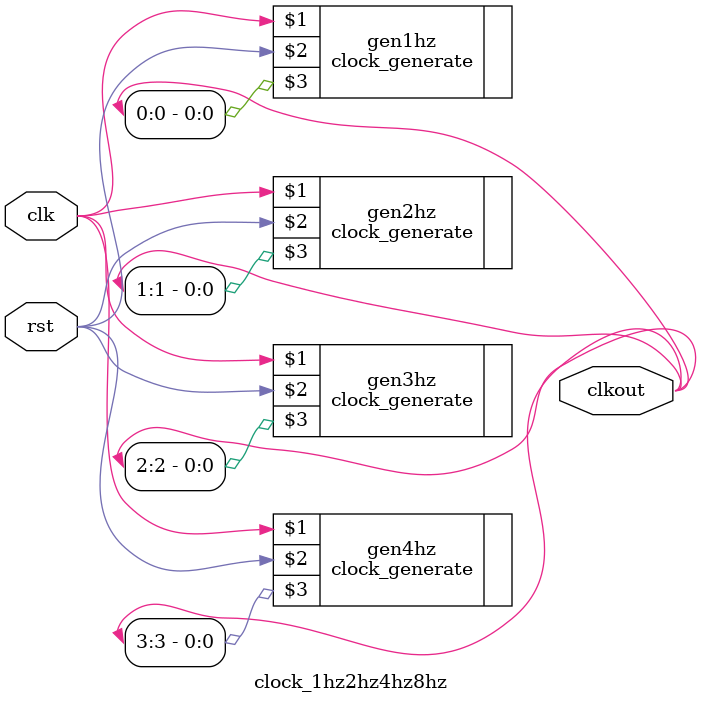
<source format=v>
module clock_1hz2hz4hz8hz(
    input clk,
    input rst,
    output [3:0] clkout
    );

		clock_generate  gen1hz  (clk,rst,clkout[0]);

		clock_generate  gen2hz  (clk,rst,clkout[1]);
				defparam gen2hz.div = 12500000;

		clock_generate  gen3hz  (clk,rst,clkout[2]);
				defparam gen3hz.div = 6250000;

		clock_generate  gen4hz  (clk,rst,clkout[3]);
				defparam gen4hz.div = 3125000;
				
//		clock_generate  gen5hz  (clk,rst,clkout[4]);
//				defparam gen5hz.div = 1562500;	
endmodule
</source>
